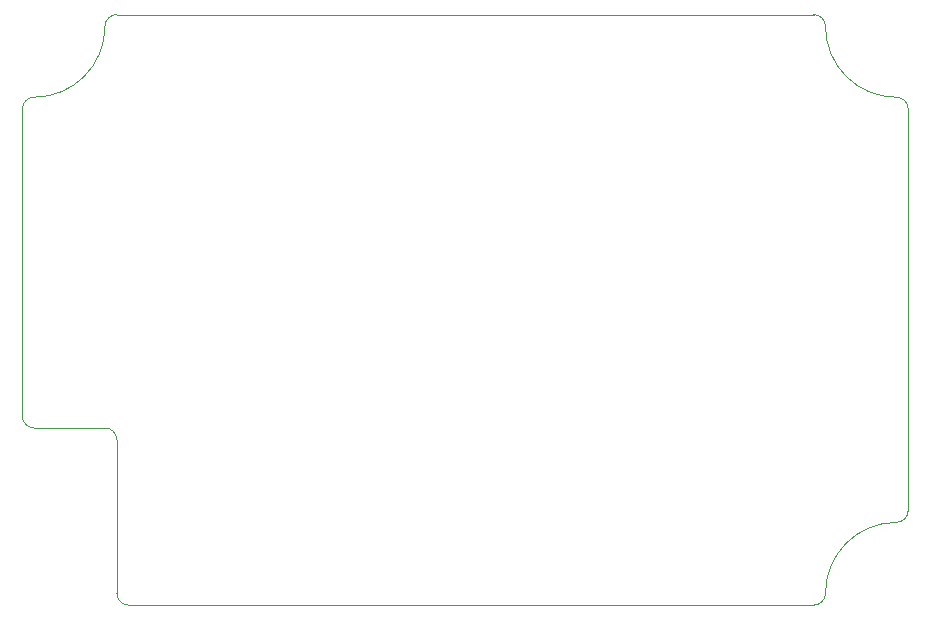
<source format=gbr>
G70*
%FSLAX54Y54*%
%ADD11C,0.0010*%
D11*
X101113Y96583D02*
X123948Y96583D01*
G75*
G03X124342Y96977I0000J0394*
G02X126704Y99339I2362J0000*
G03X127098Y99732I0000J0394*
G01X127098Y113118*
G75*
G03X126704Y113512I-0394J0000*
G02X124342Y115874I0000J2362*
G03X123948Y116268I-0394J0000*
G01X100720Y116268*
G75*
G03X100326Y115874I0000J-0394*
G02X97964Y113512I-2362J0000*
G03X97570Y113118I0000J-0394*
G01X97570Y102882*
G75*
G03X97964Y102488I0394J0000*
G01X100326Y102488*
G75*
G02X100720Y102095I0000J-0394*
G01X100720Y96977*
G75*
G03X101113Y96583I0394J0000*
M02*

</source>
